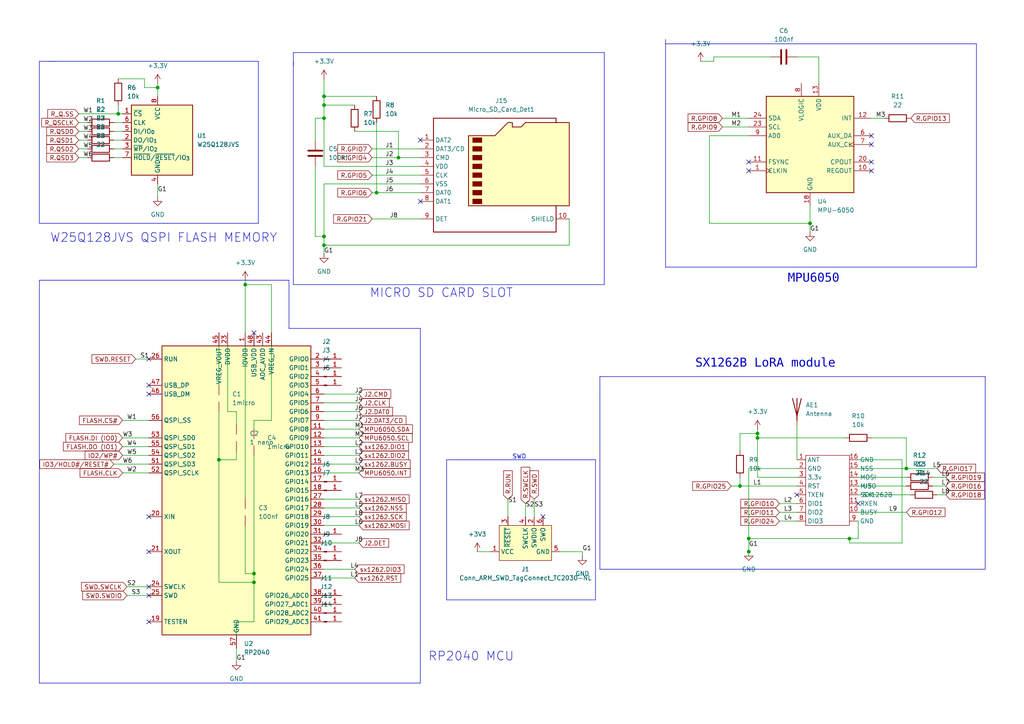
<source format=kicad_sch>
(kicad_sch (version 20250114) (generator "eeschema") (generator_version "9.0")
  (paper "A4")
  (lib_symbols
    (symbol "Connector:Conn_01x01_Pin" (pin_names (offset 1.016) (hide yes))
      (property "Reference" "J" (at 0 2.54 0))
      (property "Value" "Conn_01x01_Pin" (at 0 -2.54 0))
      (symbol "Conn_01x01_Pin_1_1"
        (rectangle (start 0.8636 0.127) (end 0 -0.127) (stroke (width 0.1524)) (fill (type outline)))
        (polyline (pts (xy 1.27 0) (xy 0.8636 0)) (stroke (width 0.1524)))
        (pin passive line (at 5.08 0 180) (length 3.81) (name "Pin_1") (number "1"))
      )
    )
    (symbol "Connector:Conn_ARM_SWD_TagConnect_TC2030-NL" (in_bom no)
      (property "Reference" "J" (at 2.54 11.43 0))
      (property "Value" "Conn_ARM_SWD_TagConnect_TC2030-NL" (at 2.54 8.89 0))
      (symbol "Conn_ARM_SWD_TagConnect_TC2030-NL_0_0"
        (pin power_in line (at -2.54 10.16 270) (length 2.54) (name "VCC") (number "1"))
        (pin power_in line (at -2.54 -10.16 90) (length 2.54) (name "GND") (number "5"))
        (pin open_collector line (at 7.62 5.08 180) (length 2.54) (name "~{RESET}") (number "3"))
        (pin output line (at 7.62 0 180) (length 2.54) (name "SWCLK") (number "4"))
        (pin bidirectional line (at 7.62 -2.54 180) (length 2.54) (name "SWDIO") (number "2"))
        (pin input line (at 7.62 -5.08 180) (length 2.54) (name "SWO") (number "6"))
      )
      (symbol "Conn_ARM_SWD_TagConnect_TC2030-NL_0_1"
        (rectangle (start -5.08 7.62) (end 5.08 -7.62) (fill (type background)))
      )
    )
    (symbol "Connector:Micro_SD_Card_Det1"
      (property "Reference" "J" (at -16.51 17.78 0))
      (property "Value" "Micro_SD_Card_Det1" (at 16.51 17.78 0))
      (symbol "Micro_SD_Card_Det1_0_1"
        (polyline (pts (xy -8.89 -8.89) (xy -8.89 11.43) (xy -1.27 11.43) (xy 2.54 15.24) (xy 3.81 15.24) (xy 3.81 13.97) (xy 6.35 13.97) (xy 7.62 15.24) (xy 20.32 15.24) (xy 20.32 -8.89) (xy -8.89 -8.89)) (stroke (width 0.254)) (fill (type background)))
        (rectangle (start -7.62 10.795) (end -5.08 9.525) (stroke (width 0.254)) (fill (type outline)))
        (rectangle (start -7.62 8.255) (end -5.08 6.985) (stroke (width 0.254)) (fill (type outline)))
        (rectangle (start -7.62 5.715) (end -5.08 4.445) (stroke (width 0.254)) (fill (type outline)))
        (rectangle (start -7.62 3.175) (end -5.08 1.905) (stroke (width 0.254)) (fill (type outline)))
        (rectangle (start -7.62 0.635) (end -5.08 -0.635) (stroke (width 0.254)) (fill (type outline)))
        (rectangle (start -7.62 -1.905) (end -5.08 -3.175) (stroke (width 0.254)) (fill (type outline)))
        (rectangle (start -7.62 -4.445) (end -5.08 -5.715) (stroke (width 0.254)) (fill (type outline)))
        (rectangle (start -7.62 -6.985) (end -5.08 -8.255) (stroke (width 0.254)) (fill (type outline)))
        (polyline (pts (xy 16.51 15.24) (xy 16.51 16.51) (xy -19.05 16.51) (xy -19.05 -16.51) (xy 16.51 -16.51) (xy 16.51 -8.89)) (stroke (width 0.254)))
      )
      (symbol "Micro_SD_Card_Det1_1_1"
        (pin bidirectional line (at -22.86 10.16 0) (length 3.81) (name "DAT2") (number "1"))
        (pin bidirectional line (at -22.86 7.62 0) (length 3.81) (name "DAT3/CD") (number "2"))
        (pin input line (at -22.86 5.08 0) (length 3.81) (name "CMD") (number "3"))
        (pin power_in line (at -22.86 2.54 0) (length 3.81) (name "VDD") (number "4"))
        (pin input line (at -22.86 0 0) (length 3.81) (name "CLK") (number "5"))
        (pin power_in line (at -22.86 -2.54 0) (length 3.81) (name "VSS") (number "6"))
        (pin bidirectional line (at -22.86 -5.08 0) (length 3.81) (name "DAT0") (number "7"))
        (pin bidirectional line (at -22.86 -7.62 0) (length 3.81) (name "DAT1") (number "8"))
        (pin passive line (at -22.86 -12.7 0) (length 3.81) (name "DET") (number "9"))
        (pin passive line (at 20.32 -12.7 180) (length 3.81) (name "SHIELD") (number "10"))
      )
    )
    (symbol "Device:Antenna" (pin_numbers (hide yes)) (pin_names (offset 1.016) (hide yes))
      (property "Reference" "AE" (at -1.905 1.905 0))
      (property "Value" "Antenna" (at -1.905 0 0))
      (symbol "Antenna_0_1"
        (polyline (pts (xy 0 2.54) (xy 0 -3.81)) (stroke (width 0.254)))
        (polyline (pts (xy 1.27 2.54) (xy 0 -2.54) (xy -1.27 2.54)) (stroke (width 0.254)))
      )
      (symbol "Antenna_1_1"
        (pin input line (at 0 -5.08 90) (length 2.54) (name "A") (number "1"))
      )
    )
    (symbol "Device:C" (pin_numbers (hide yes)) (pin_names (offset 0.254))
      (property "Reference" "C" (at 0.635 2.54 0))
      (property "Value" "C" (at 0.635 -2.54 0))
      (symbol "C_0_1"
        (polyline (pts (xy -2.032 0.762) (xy 2.032 0.762)) (stroke (width 0.508)))
        (polyline (pts (xy -2.032 -0.762) (xy 2.032 -0.762)) (stroke (width 0.508)))
      )
      (symbol "C_1_1"
        (pin passive line (at 0 3.81 270) (length 2.794) (name "~") (number "1"))
        (pin passive line (at 0 -3.81 90) (length 2.794) (name "~") (number "2"))
      )
    )
    (symbol "Device:R" (pin_numbers (hide yes)) (pin_names (offset 0))
      (property "Reference" "R" (at 2.032 0 90))
      (property "Value" "R" (at 0 0 90))
      (symbol "R_0_1"
        (rectangle (start -1.016 -2.54) (end 1.016 2.54) (stroke (width 0.254)))
      )
      (symbol "R_1_1"
        (pin passive line (at 0 3.81 270) (length 1.27) (name "~") (number "1"))
        (pin passive line (at 0 -3.81 90) (length 1.27) (name "~") (number "2"))
      )
    )
    (symbol "MCU_RaspberryPi:RP2040"
      (property "Reference" "U" (at 17.78 45.72 0))
      (property "Value" "RP2040" (at 17.78 43.18 0))
      (symbol "RP2040_0_1"
        (rectangle (start -21.59 41.91) (end 21.59 -41.91) (stroke (width 0.254)) (fill (type background)))
      )
      (symbol "RP2040_1_1"
        (pin input line (at -25.4 38.1 0) (length 3.81) (name "RUN") (number "26"))
        (pin bidirectional line (at -25.4 30.48 0) (length 3.81) (name "USB_DP") (number "47"))
        (pin bidirectional line (at -25.4 27.94 0) (length 3.81) (name "USB_DM") (number "46"))
        (pin bidirectional line (at -25.4 20.32 0) (length 3.81) (name "QSPI_SS") (number "56"))
        (pin bidirectional line (at -25.4 15.24 0) (length 3.81) (name "QSPI_SD0") (number "53"))
        (pin bidirectional line (at -25.4 12.7 0) (length 3.81) (name "QSPI_SD1") (number "55"))
        (pin bidirectional line (at -25.4 10.16 0) (length 3.81) (name "QSPI_SD2") (number "54"))
        (pin bidirectional line (at -25.4 7.62 0) (length 3.81) (name "QSPI_SD3") (number "51"))
        (pin output line (at -25.4 5.08 0) (length 3.81) (name "QSPI_SCLK") (number "52"))
        (pin input line (at -25.4 -7.62 0) (length 3.81) (name "XIN") (number "20"))
        (pin passive line (at -25.4 -17.78 0) (length 3.81) (name "XOUT") (number "21"))
        (pin input line (at -25.4 -27.94 0) (length 3.81) (name "SWCLK") (number "24"))
        (pin bidirectional line (at -25.4 -30.48 0) (length 3.81) (name "SWD") (number "25"))
        (pin input line (at -25.4 -38.1 0) (length 3.81) (name "TESTEN") (number "19"))
        (pin power_out line (at -5.08 45.72 270) (length 3.81) (name "VREG_VOUT") (number "45"))
        (pin power_in line (at -2.54 45.72 270) (length 3.81) (name "DVDD") (number "23"))
        (pin passive line (at -2.54 45.72 270) (length 3.81) (hide yes) (name "DVDD") (number "50"))
        (pin power_in line (at 0 -45.72 90) (length 3.81) (name "GND") (number "57"))
        (pin power_in line (at 2.54 45.72 270) (length 3.81) (name "IOVDD") (number "1"))
        (pin passive line (at 2.54 45.72 270) (length 3.81) (hide yes) (name "IOVDD") (number "10"))
        (pin passive line (at 2.54 45.72 270) (length 3.81) (hide yes) (name "IOVDD") (number "22"))
        (pin passive line (at 2.54 45.72 270) (length 3.81) (hide yes) (name "IOVDD") (number "33"))
        (pin passive line (at 2.54 45.72 270) (length 3.81) (hide yes) (name "IOVDD") (number "42"))
        (pin passive line (at 2.54 45.72 270) (length 3.81) (hide yes) (name "IOVDD") (number "49"))
        (pin power_in line (at 5.08 45.72 270) (length 3.81) (name "USB_VDD") (number "48"))
        (pin power_in line (at 7.62 45.72 270) (length 3.81) (name "ADC_AVDD") (number "43"))
        (pin power_in line (at 10.16 45.72 270) (length 3.81) (name "VREG_IN") (number "44"))
        (pin bidirectional line (at 25.4 38.1 180) (length 3.81) (name "GPIO0") (number "2"))
        (pin bidirectional line (at 25.4 35.56 180) (length 3.81) (name "GPIO1") (number "3"))
        (pin bidirectional line (at 25.4 33.02 180) (length 3.81) (name "GPIO2") (number "4"))
        (pin bidirectional line (at 25.4 30.48 180) (length 3.81) (name "GPIO3") (number "5"))
        (pin bidirectional line (at 25.4 27.94 180) (length 3.81) (name "GPIO4") (number "6"))
        (pin bidirectional line (at 25.4 25.4 180) (length 3.81) (name "GPIO5") (number "7"))
        (pin bidirectional line (at 25.4 22.86 180) (length 3.81) (name "GPIO6") (number "8"))
        (pin bidirectional line (at 25.4 20.32 180) (length 3.81) (name "GPIO7") (number "9"))
        (pin bidirectional line (at 25.4 17.78 180) (length 3.81) (name "GPIO8") (number "11"))
        (pin bidirectional line (at 25.4 15.24 180) (length 3.81) (name "GPIO9") (number "12"))
        (pin bidirectional line (at 25.4 12.7 180) (length 3.81) (name "GPIO10") (number "13"))
        (pin bidirectional line (at 25.4 10.16 180) (length 3.81) (name "GPIO11") (number "14"))
        (pin bidirectional line (at 25.4 7.62 180) (length 3.81) (name "GPIO12") (number "15"))
        (pin bidirectional line (at 25.4 5.08 180) (length 3.81) (name "GPIO13") (number "16"))
        (pin bidirectional line (at 25.4 2.54 180) (length 3.81) (name "GPIO14") (number "17"))
        (pin bidirectional line (at 25.4 0 180) (length 3.81) (name "GPIO15") (number "18"))
        (pin bidirectional line (at 25.4 -2.54 180) (length 3.81) (name "GPIO16") (number "27"))
        (pin bidirectional line (at 25.4 -5.08 180) (length 3.81) (name "GPIO17") (number "28"))
        (pin bidirectional line (at 25.4 -7.62 180) (length 3.81) (name "GPIO18") (number "29"))
        (pin bidirectional line (at 25.4 -10.16 180) (length 3.81) (name "GPIO19") (number "30"))
        (pin bidirectional line (at 25.4 -12.7 180) (length 3.81) (name "GPIO20") (number "31"))
        (pin bidirectional line (at 25.4 -15.24 180) (length 3.81) (name "GPIO21") (number "32"))
        (pin bidirectional line (at 25.4 -17.78 180) (length 3.81) (name "GPIO22") (number "34"))
        (pin bidirectional line (at 25.4 -20.32 180) (length 3.81) (name "GPIO23") (number "35"))
        (pin bidirectional line (at 25.4 -22.86 180) (length 3.81) (name "GPIO24") (number "36"))
        (pin bidirectional line (at 25.4 -25.4 180) (length 3.81) (name "GPIO25") (number "37"))
        (pin bidirectional line (at 25.4 -30.48 180) (length 3.81) (name "GPIO26_ADC0") (number "38"))
        (pin bidirectional line (at 25.4 -33.02 180) (length 3.81) (name "GPIO27_ADC1") (number "39"))
        (pin bidirectional line (at 25.4 -35.56 180) (length 3.81) (name "GPIO28_ADC2") (number "40"))
        (pin bidirectional line (at 25.4 -38.1 180) (length 3.81) (name "GPIO29_ADC3") (number "41"))
      )
    )
    (symbol "Memory_Flash:W25Q128JVS"
      (property "Reference" "U" (at -6.35 11.43 0))
      (property "Value" "W25Q128JVS" (at 7.62 11.43 0))
      (symbol "W25Q128JVS_0_1"
        (rectangle (start -7.62 10.16) (end 10.16 -10.16) (stroke (width 0.254)) (fill (type background)))
      )
      (symbol "W25Q128JVS_1_1"
        (pin input line (at -10.16 7.62 0) (length 2.54) (name "~{CS}") (number "1"))
        (pin input line (at -10.16 5.08 0) (length 2.54) (name "CLK") (number "6"))
        (pin bidirectional line (at -10.16 2.54 0) (length 2.54) (name "DI/IO_{0}") (number "5"))
        (pin bidirectional line (at -10.16 0 0) (length 2.54) (name "DO/IO_{1}") (number "2"))
        (pin bidirectional line (at -10.16 -2.54 0) (length 2.54) (name "~{WP}/IO_{2}") (number "3"))
        (pin bidirectional line (at -10.16 -5.08 0) (length 2.54) (name "~{HOLD}/~{RESET}/IO_{3}") (number "7"))
        (pin power_in line (at 0 12.7 270) (length 2.54) (name "VCC") (number "8"))
        (pin power_in line (at 0 -12.7 90) (length 2.54) (name "GND") (number "4"))
      )
    )
    (symbol "Sensor_Motion:MPU-6050"
      (property "Reference" "U" (at -11.43 13.97 0))
      (property "Value" "MPU-6050" (at 7.62 -15.24 0))
      (symbol "MPU-6050_0_1"
        (rectangle (start -12.7 13.97) (end 12.7 -13.97) (stroke (width 0.254)) (fill (type background)))
      )
      (symbol "MPU-6050_1_1"
        (pin bidirectional line (at -17.78 7.62 0) (length 5.08) (name "SDA") (number "24"))
        (pin input line (at -17.78 5.08 0) (length 5.08) (name "SCL") (number "23"))
        (pin input line (at -17.78 2.54 0) (length 5.08) (name "AD0") (number "9"))
        (pin input line (at -17.78 -5.08 0) (length 5.08) (name "FSYNC") (number "11"))
        (pin input clock (at -17.78 -7.62 0) (length 5.08) (name "CLKIN") (number "1"))
        (pin no_connect line (at -12.7 12.7 0) (length 2.54) (hide yes) (name "NC") (number "2"))
        (pin no_connect line (at -12.7 10.16 0) (length 2.54) (hide yes) (name "NC") (number "3"))
        (pin no_connect line (at -12.7 0 0) (length 2.54) (hide yes) (name "NC") (number "4"))
        (pin no_connect line (at -12.7 -2.54 0) (length 2.54) (hide yes) (name "NC") (number "5"))
        (pin no_connect line (at -12.7 -10.16 0) (length 2.54) (hide yes) (name "NC") (number "14"))
        (pin power_in line (at -2.54 17.78 270) (length 3.81) (name "VLOGIC") (number "8"))
        (pin power_in line (at 0 -17.78 90) (length 3.81) (name "GND") (number "18"))
        (pin power_in line (at 2.54 17.78 270) (length 3.81) (name "VDD") (number "13"))
        (pin no_connect line (at 12.7 12.7 180) (length 2.54) (hide yes) (name "NC") (number "15"))
        (pin no_connect line (at 12.7 10.16 180) (length 2.54) (hide yes) (name "NC") (number "16"))
        (pin no_connect line (at 12.7 5.08 180) (length 2.54) (hide yes) (name "NC") (number "17"))
        (pin no_connect line (at 12.7 -2.54 180) (length 2.54) (hide yes) (name "RESV") (number "21"))
        (pin no_connect line (at 12.7 -10.16 180) (length 2.54) (hide yes) (name "RESV") (number "19"))
        (pin no_connect line (at 12.7 -12.7 180) (length 2.54) (hide yes) (name "RESV") (number "22"))
        (pin output line (at 17.78 7.62 180) (length 5.08) (name "INT") (number "12"))
        (pin bidirectional line (at 17.78 2.54 180) (length 5.08) (name "AUX_DA") (number "6"))
        (pin output clock (at 17.78 0 180) (length 5.08) (name "AUX_CL") (number "7"))
        (pin passive line (at 17.78 -5.08 180) (length 5.08) (name "CPOUT") (number "20"))
        (pin passive line (at 17.78 -7.62 180) (length 5.08) (name "REGOUT") (number "10"))
      )
    )
    (symbol "power:+3.3V" (power) (pin_numbers (hide yes)) (pin_names (offset 0) (hide yes))
      (property "Value" "+3.3V" (at 0 3.556 0))
      (symbol "+3.3V_0_1"
        (polyline (pts (xy -0.762 1.27) (xy 0 2.54)))
        (polyline (pts (xy 0 2.54) (xy 0.762 1.27)))
        (polyline (pts (xy 0 0) (xy 0 2.54)))
      )
      (symbol "+3.3V_1_1"
        (pin power_in line (at 0 0 90) (length 0) (name "~") (number "1"))
      )
    )
    (symbol "power:+3V3" (power) (pin_numbers (hide yes)) (pin_names (offset 0) (hide yes))
      (property "Value" "+3V3" (at 0 3.556 0))
      (symbol "+3V3_0_1"
        (polyline (pts (xy -0.762 1.27) (xy 0 2.54)))
        (polyline (pts (xy 0 2.54) (xy 0.762 1.27)))
        (polyline (pts (xy 0 0) (xy 0 2.54)))
      )
      (symbol "+3V3_1_1"
        (pin power_in line (at 0 0 90) (length 0) (name "~") (number "1"))
      )
    )
    (symbol "power:GND" (power) (pin_numbers (hide yes)) (pin_names (offset 0) (hide yes))
      (property "Value" "GND" (at 0 -3.81 0))
      (symbol "GND_0_1"
        (polyline (pts (xy 0 0) (xy 0 -1.27) (xy 1.27 -1.27) (xy 0 -2.54) (xy -1.27 -1.27) (xy 0 -1.27)))
      )
      (symbol "GND_1_1"
        (pin power_in line (at 0 0 270) (length 0) (name "~") (number "1"))
      )
    )
    (symbol "sx1262B:SX1262B"
      (property "Reference" "U" (at 0 0 0))
      (property "Value" "SX1262B" (at 0 0 0))
      (symbol "SX1262B_1_1"
        (rectangle (start 0 0) (end 12.7 -20.32))
        (pin output line (at -2.54 -1.27 0) (length 2.54) (name "ANT") (number "1"))
        (pin bidirectional line (at -2.54 -3.81 0) (length 2.54) (name "GND") (number "2"))
        (pin power_in line (at -2.54 -6.35 0) (length 2.54) (name "3.3v") (number "3"))
        (pin input line (at -2.54 -8.89 0) (length 2.54) (name "RST") (number "4"))
        (pin input line (at -2.54 -11.43 0) (length 2.54) (name "TXEN") (number "5"))
        (pin bidirectional line (at -2.54 -13.97 0) (length 2.54) (name "DIO1") (number "6"))
        (pin bidirectional line (at -2.54 -16.51 0) (length 2.54) (name "DIO2") (number "7"))
        (pin bidirectional line (at -2.54 -19.05 0) (length 2.54) (name "DIO3") (number "8"))
        (pin bidirectional line (at 12.7 -1.27 0) (length 2.54) (name "GND") (number "16"))
        (pin input line (at 12.7 -3.81 0) (length 2.54) (name "NSS") (number "15"))
        (pin input line (at 12.7 -6.35 0) (length 2.54) (name "MOSI") (number "14"))
        (pin output line (at 12.7 -8.89 0) (length 2.54) (name "MISO") (number "13"))
        (pin input line (at 12.7 -11.43 0) (length 2.54) (name "SCK") (number "12"))
        (pin input line (at 12.7 -13.97 0) (length 2.54) (name "RXEN") (number "11"))
        (pin output line (at 12.7 -16.51 0) (length 2.54) (name "BUSY") (number "10"))
        (pin bidirectional line (at 12.7 -19.05 0) (length 2.54) (name "GND") (number "9"))
      )
    )
  )
  (text "MICRO SD CARD SLOT" (at 128.016 85.09 0) (effects (font (size 2.54 2.54))))
  (text "W25Q128JVS QSPI FLASH MEMORY\n" (at 47.498 69.088 0) (effects (font (size 2.54 2.54))))
  (text "SWD" (at 150.622 132.588 0) (effects (font (size 1.27 1.27))))
  (text "SX1262B LoRA module" (at 221.996 106.172 0) (effects (font (size 2.54 2.54))))
  (text "RP2040 MCU" (at 136.652 190.5 0) (effects (font (size 2.54 2.54))))
  (text "MPU6050\n" (at 235.966 81.534 0) (effects (font (size 2.54 2.54))))
  (junction (at 217.17 156.21))
  (junction (at 45.72 25.4))
  (junction (at 93.98 71.12))
  (junction (at 93.98 30.48))
  (junction (at 73.66 166.37))
  (junction (at 219.71 127))
  (junction (at 34.29 33.02))
  (junction (at 219.71 125.73))
  (junction (at 93.98 34.29))
  (junction (at 214.63 140.97))
  (junction (at 93.98 27.94))
  (junction (at 71.12 82.55))
  (junction (at 73.66 168.91))
  (junction (at 217.17 160.02))
  (junction (at 93.98 68.58))
  (junction (at 262.89 135.89))
  (junction (at 63.5 133.35))
  (junction (at 115.57 45.72))
  (junction (at 109.22 55.88))
  (junction (at 246.38 156.21))
  (junction (at 234.95 64.77))
  (no_connect (at 43.18 160.02))
  (no_connect (at 43.18 111.76))
  (no_connect (at 157.48 149.86))
  (no_connect (at 252.73 46.99))
  (no_connect (at 231.14 143.51))
  (no_connect (at 252.73 39.37))
  (no_connect (at 217.17 49.53))
  (no_connect (at 121.92 40.64))
  (no_connect (at 43.18 104.14))
  (no_connect (at 252.73 41.91))
  (no_connect (at 252.73 49.53))
  (no_connect (at 73.66 96.52))
  (no_connect (at 43.18 172.72))
  (no_connect (at 43.18 114.3))
  (no_connect (at 43.18 180.34))
  (no_connect (at 121.92 58.42))
  (no_connect (at 217.17 46.99))
  (no_connect (at 43.18 149.86))
  (no_connect (at 43.18 170.18))
  (no_connect (at 248.92 146.05))
  (wire (pts (xy 217.17 135.89) (xy 217.17 156.21)))
  (wire (pts (xy 205.74 64.77) (xy 234.95 64.77)))
  (wire (pts (xy 22.86 35.56) (xy 25.4 35.56)))
  (wire (pts (xy 63.5 168.91) (xy 73.66 168.91)))
  (wire (pts (xy 71.12 166.37) (xy 73.66 166.37)))
  (polyline (pts (xy 172.72 173.99) (xy 172.72 133.35)))
  (wire (pts (xy 214.63 140.97) (xy 231.14 140.97)))
  (wire (pts (xy 93.98 124.46) (xy 104.14 124.46)))
  (wire (pts (xy 63.5 119.38) (xy 63.5 133.35)))
  (wire (pts (xy 45.72 25.4) (xy 45.72 27.94)))
  (wire (pts (xy 45.72 24.13) (xy 45.72 25.4)))
  (wire (pts (xy 33.02 38.1) (xy 35.56 38.1)))
  (polyline (pts (xy 83.82 95.25) (xy 121.92 95.25)))
  (wire (pts (xy 34.29 33.02) (xy 35.56 33.02)))
  (wire (pts (xy 71.12 81.28) (xy 71.12 82.55)))
  (wire (pts (xy 71.12 152.4) (xy 71.12 166.37)))
  (wire (pts (xy 93.98 157.48) (xy 104.14 157.48)))
  (wire (pts (xy 107.95 45.72) (xy 115.57 45.72)))
  (wire (pts (xy 41.91 22.86) (xy 41.91 25.4)))
  (wire (pts (xy 93.98 27.94) (xy 109.22 27.94)))
  (wire (pts (xy 162.56 160.02) (xy 168.91 160.02)))
  (wire (pts (xy 261.62 157.48) (xy 246.38 157.48)))
  (wire (pts (xy 73.66 121.92) (xy 73.66 124.46)))
  (wire (pts (xy 71.12 100.33) (xy 71.12 144.78)))
  (wire (pts (xy 219.71 124.46) (xy 219.71 125.73)))
  (polyline (pts (xy 85.09 82.55) (xy 175.26 82.55)))
  (wire (pts (xy 262.89 135.89) (xy 262.89 127)))
  (wire (pts (xy 226.06 148.59) (xy 231.14 148.59)))
  (wire (pts (xy 214.63 125.73) (xy 219.71 125.73)))
  (wire (pts (xy 33.02 43.18) (xy 35.56 43.18)))
  (wire (pts (xy 252.73 127) (xy 262.89 127)))
  (wire (pts (xy 248.92 138.43) (xy 262.89 138.43)))
  (wire (pts (xy 234.95 64.77) (xy 234.95 67.31)))
  (polyline (pts (xy 11.43 17.78) (xy 16.51 17.78)))
  (wire (pts (xy 45.72 53.34) (xy 45.72 57.15)))
  (wire (pts (xy 252.73 34.29) (xy 256.54 34.29)))
  (wire (pts (xy 207.01 17.78) (xy 203.2 17.78)))
  (wire (pts (xy 93.98 144.78) (xy 104.14 144.78)))
  (wire (pts (xy 231.14 123.19) (xy 231.14 133.35)))
  (wire (pts (xy 214.63 138.43) (xy 214.63 140.97)))
  (wire (pts (xy 66.04 119.38) (xy 68.58 119.38)))
  (wire (pts (xy 93.98 149.86) (xy 104.14 149.86)))
  (polyline (pts (xy 173.99 109.22) (xy 173.99 114.3)))
  (wire (pts (xy 93.98 119.38) (xy 104.14 119.38)))
  (wire (pts (xy 73.66 121.92) (xy 78.74 121.92)))
  (wire (pts (xy 219.71 125.73) (xy 219.71 127)))
  (wire (pts (xy 22.86 38.1) (xy 25.4 38.1)))
  (wire (pts (xy 93.98 165.1) (xy 102.87 165.1)))
  (wire (pts (xy 34.29 30.48) (xy 34.29 33.02)))
  (wire (pts (xy 107.95 55.88) (xy 109.22 55.88)))
  (wire (pts (xy 138.43 160.02) (xy 142.24 160.02)))
  (polyline (pts (xy 11.43 81.28) (xy 13.97 81.28)))
  (wire (pts (xy 214.63 130.81) (xy 214.63 125.73)))
  (polyline (pts (xy 13.97 17.78) (xy 74.93 17.78)))
  (polyline (pts (xy 193.04 11.43) (xy 193.04 12.7)))
  (polyline (pts (xy 175.26 15.24) (xy 85.09 15.24)))
  (wire (pts (xy 107.95 43.18) (xy 121.92 43.18)))
  (wire (pts (xy 93.98 53.34) (xy 93.98 68.58)))
  (wire (pts (xy 35.56 129.54) (xy 43.18 129.54)))
  (wire (pts (xy 115.57 45.72) (xy 121.92 45.72)))
  (wire (pts (xy 66.04 100.33) (xy 66.04 119.38)))
  (polyline (pts (xy 173.99 114.3) (xy 173.99 165.1)))
  (wire (pts (xy 93.98 132.08) (xy 104.14 132.08)))
  (wire (pts (xy 93.98 152.4) (xy 104.14 152.4)))
  (wire (pts (xy 39.37 104.14) (xy 43.18 104.14)))
  (wire (pts (xy 33.02 35.56) (xy 35.56 35.56)))
  (wire (pts (xy 33.02 45.72) (xy 35.56 45.72)))
  (wire (pts (xy 93.98 22.86) (xy 93.98 27.94)))
  (wire (pts (xy 73.66 168.91) (xy 73.66 180.34)))
  (polyline (pts (xy 193.04 12.7) (xy 193.04 77.47)))
  (wire (pts (xy 248.92 151.13) (xy 248.92 156.21)))
  (wire (pts (xy 271.78 143.51) (xy 274.32 143.51)))
  (wire (pts (xy 93.98 34.29) (xy 93.98 48.26)))
  (wire (pts (xy 121.92 53.34) (xy 93.98 53.34)))
  (wire (pts (xy 22.86 45.72) (xy 25.4 45.72)))
  (wire (pts (xy 22.86 43.18) (xy 25.4 43.18)))
  (wire (pts (xy 262.89 135.89) (xy 271.78 135.89)))
  (wire (pts (xy 35.56 132.08) (xy 43.18 132.08)))
  (wire (pts (xy 68.58 119.38) (xy 68.58 123.19)))
  (wire (pts (xy 121.92 48.26) (xy 93.98 48.26)))
  (wire (pts (xy 41.91 25.4) (xy 45.72 25.4)))
  (polyline (pts (xy 85.09 15.24) (xy 85.09 19.05)))
  (wire (pts (xy 248.92 143.51) (xy 264.16 143.51)))
  (wire (pts (xy 109.22 35.56) (xy 109.22 55.88)))
  (wire (pts (xy 246.38 156.21) (xy 248.92 156.21)))
  (wire (pts (xy 219.71 138.43) (xy 231.14 138.43)))
  (wire (pts (xy 165.1 63.5) (xy 165.1 71.12)))
  (wire (pts (xy 33.02 40.64) (xy 35.56 40.64)))
  (wire (pts (xy 78.74 82.55) (xy 71.12 82.55)))
  (wire (pts (xy 91.44 34.29) (xy 91.44 40.64)))
  (polyline (pts (xy 285.75 165.1) (xy 285.75 109.22)))
  (polyline (pts (xy 172.72 133.35) (xy 129.54 133.35)))
  (polyline (pts (xy 13.97 81.28) (xy 83.82 81.28)))
  (wire (pts (xy 68.58 187.96) (xy 68.58 191.77)))
  (wire (pts (xy 209.55 34.29) (xy 217.17 34.29)))
  (wire (pts (xy 36.83 170.18) (xy 43.18 170.18)))
  (wire (pts (xy 93.98 30.48) (xy 102.87 30.48)))
  (wire (pts (xy 248.92 135.89) (xy 262.89 135.89)))
  (polyline (pts (xy 11.43 198.12) (xy 11.43 81.28)))
  (wire (pts (xy 93.98 121.92) (xy 104.14 121.92)))
  (polyline (pts (xy 74.93 64.77) (xy 11.43 64.77)))
  (wire (pts (xy 93.98 127) (xy 104.14 127)))
  (polyline (pts (xy 129.54 137.16) (xy 129.54 173.99)))
  (wire (pts (xy 71.12 82.55) (xy 71.12 96.52)))
  (wire (pts (xy 22.86 33.02) (xy 34.29 33.02)))
  (wire (pts (xy 217.17 160.02) (xy 217.17 161.29)))
  (wire (pts (xy 93.98 129.54) (xy 104.14 129.54)))
  (wire (pts (xy 107.95 63.5) (xy 121.92 63.5)))
  (wire (pts (xy 93.98 30.48) (xy 93.98 34.29)))
  (wire (pts (xy 93.98 27.94) (xy 93.98 30.48)))
  (wire (pts (xy 115.57 45.72) (xy 115.57 38.1)))
  (wire (pts (xy 93.98 71.12) (xy 93.98 73.66)))
  (wire (pts (xy 34.29 22.86) (xy 41.91 22.86)))
  (wire (pts (xy 152.4 146.05) (xy 152.4 149.86)))
  (wire (pts (xy 270.51 140.97) (xy 274.32 140.97)))
  (wire (pts (xy 147.32 144.78) (xy 147.32 149.86)))
  (wire (pts (xy 248.92 148.59) (xy 262.89 148.59)))
  (wire (pts (xy 33.02 134.62) (xy 43.18 134.62)))
  (wire (pts (xy 226.06 146.05) (xy 231.14 146.05)))
  (wire (pts (xy 154.94 144.78) (xy 154.94 149.86)))
  (wire (pts (xy 261.62 133.35) (xy 261.62 157.48)))
  (wire (pts (xy 73.66 180.34) (xy 68.58 180.34)))
  (wire (pts (xy 68.58 133.35) (xy 63.5 133.35)))
  (wire (pts (xy 165.1 71.12) (xy 93.98 71.12)))
  (wire (pts (xy 168.91 160.02) (xy 168.91 161.29)))
  (polyline (pts (xy 283.21 12.7) (xy 193.04 12.7)))
  (polyline (pts (xy 173.99 165.1) (xy 285.75 165.1)))
  (wire (pts (xy 91.44 48.26) (xy 91.44 68.58)))
  (polyline (pts (xy 121.92 198.12) (xy 11.43 198.12)))
  (wire (pts (xy 270.51 138.43) (xy 274.32 138.43)))
  (polyline (pts (xy 175.26 82.55) (xy 175.26 15.24)))
  (wire (pts (xy 22.86 40.64) (xy 25.4 40.64)))
  (wire (pts (xy 246.38 156.21) (xy 246.38 157.48)))
  (wire (pts (xy 35.56 137.16) (xy 43.18 137.16)))
  (wire (pts (xy 35.56 127) (xy 43.18 127)))
  (wire (pts (xy 209.55 36.83) (xy 217.17 36.83)))
  (wire (pts (xy 237.49 24.13) (xy 237.49 16.51)))
  (polyline (pts (xy 74.93 17.78) (xy 74.93 64.77)))
  (wire (pts (xy 93.98 116.84) (xy 104.14 116.84)))
  (wire (pts (xy 63.5 133.35) (xy 63.5 168.91)))
  (wire (pts (xy 226.06 151.13) (xy 231.14 151.13)))
  (wire (pts (xy 78.74 100.33) (xy 78.74 121.92)))
  (polyline (pts (xy 83.82 81.28) (xy 83.82 95.25)))
  (wire (pts (xy 63.5 100.33) (xy 63.5 111.76)))
  (wire (pts (xy 78.74 82.55) (xy 78.74 96.52)))
  (wire (pts (xy 248.92 133.35) (xy 261.62 133.35)))
  (wire (pts (xy 212.09 140.97) (xy 214.63 140.97)))
  (polyline (pts (xy 11.43 64.77) (xy 11.43 17.78)))
  (wire (pts (xy 217.17 156.21) (xy 246.38 156.21)))
  (polyline (pts (xy 285.75 109.22) (xy 173.99 109.22)))
  (polyline (pts (xy 129.54 173.99) (xy 172.72 173.99)))
  (polyline (pts (xy 129.54 133.35) (xy 129.54 137.16)))
  (wire (pts (xy 93.98 114.3) (xy 104.14 114.3)))
  (wire (pts (xy 248.92 140.97) (xy 262.89 140.97)))
  (wire (pts (xy 93.98 134.62) (xy 104.14 134.62)))
  (polyline (pts (xy 121.92 95.25) (xy 121.92 198.12)))
  (wire (pts (xy 231.14 16.51) (xy 237.49 16.51)))
  (wire (pts (xy 231.14 135.89) (xy 217.17 135.89)))
  (wire (pts (xy 219.71 127) (xy 219.71 138.43)))
  (wire (pts (xy 109.22 55.88) (xy 121.92 55.88)))
  (wire (pts (xy 115.57 38.1) (xy 102.87 38.1)))
  (wire (pts (xy 217.17 39.37) (xy 205.74 39.37)))
  (wire (pts (xy 107.95 50.8) (xy 121.92 50.8)))
  (wire (pts (xy 68.58 130.81) (xy 68.58 133.35)))
  (polyline (pts (xy 283.21 77.47) (xy 283.21 12.7)))
  (wire (pts (xy 93.98 137.16) (xy 104.14 137.16)))
  (wire (pts (xy 207.01 16.51) (xy 207.01 17.78)))
  (wire (pts (xy 91.44 68.58) (xy 93.98 68.58)))
  (wire (pts (xy 35.56 121.92) (xy 43.18 121.92)))
  (wire (pts (xy 219.71 127) (xy 245.11 127)))
  (wire (pts (xy 73.66 166.37) (xy 73.66 168.91)))
  (wire (pts (xy 68.58 180.34) (xy 68.58 184.15)))
  (wire (pts (xy 93.98 167.64) (xy 102.87 167.64)))
  (wire (pts (xy 205.74 39.37) (xy 205.74 64.77)))
  (wire (pts (xy 73.66 132.08) (xy 73.66 166.37)))
  (wire (pts (xy 93.98 68.58) (xy 93.98 71.12)))
  (wire (pts (xy 223.52 16.51) (xy 207.01 16.51)))
  (polyline (pts (xy 85.09 17.78) (xy 85.09 82.55)))
  (wire (pts (xy 234.95 59.69) (xy 234.95 64.77)))
  (polyline (pts (xy 193.04 77.47) (xy 283.21 77.47)))
  (wire (pts (xy 93.98 34.29) (xy 91.44 34.29)))
  (wire (pts (xy 217.17 156.21) (xy 217.17 160.02)))
  (wire (pts (xy 36.83 172.72) (xy 43.18 172.72)))
  (wire (pts (xy 93.98 147.32) (xy 104.14 147.32)))
  (label "L5" (at 102.87 147.32 0))
  (label "G1" (at 217.17 158.75 0))
  (label "J6" (at 111.76 55.88 0))
  (label "L2" (at 102.87 129.54 0))
  (label "G1" (at 68.58 191.77 0))
  (label "M1" (at 212.09 34.29 0))
  (label "W3" (at 24.13 38.1 0))
  (label "S1" (at 40.64 104.14 0))
  (label "J8" (at 113.03 63.5 0))
  (label "L4" (at 101.6 165.1 0))
  (label "W5" (at 36.83 132.08 0))
  (label "W6" (at 24.13 45.72 0))
  (label "W1" (at 24.13 33.02 0))
  (label "S2" (at 152.4 147.32 0))
  (label "W1" (at 36.83 121.92 0))
  (label "M1" (at 102.87 124.46 0))
  (label "L7" (at 102.87 144.78 0))
  (label "L6" (at 102.87 152.4 0))
  (label "W6" (at 35.56 134.62 0))
  (label "W2" (at 24.13 35.56 0))
  (label "L1" (at 218.44 140.97 0))
  (label "L1" (at 101.6 167.64 0))
  (label "G1" (at 45.72 55.88 0))
  (label "J4" (at 111.76 50.8 0))
  (label "M3" (at 102.87 137.16 0))
  (label "J2" (at 111.76 45.72 0))
  (label "L4" (at 227.33 151.13 0))
  (label "G1" (at 168.91 160.02 0))
  (label "J2" (at 102.87 114.3 0))
  (label "J1" (at 102.87 121.92 0))
  (label "S1" (at 147.32 146.05 0))
  (label "S3" (at 38.1 172.72 0))
  (label "W4" (at 24.13 40.64 0))
  (label "L3" (at 227.33 148.59 0))
  (label "J1" (at 111.76 43.18 0))
  (label "M3" (at 254 34.29 0))
  (label "L2" (at 227.33 146.05 0))
  (label "L6" (at 273.05 138.43 0))
  (label "J3" (at 111.76 48.26 0))
  (label "J5" (at 111.76 53.34 0))
  (label "M2" (at 102.87 127 0))
  (label "W5" (at 24.13 43.18 0))
  (label "W4" (at 36.83 129.54 0))
  (label "M2" (at 212.09 36.83 0))
  (label "L5" (at 270.51 135.89 0))
  (label "S2" (at 36.83 170.18 0))
  (label "L8" (at 102.87 149.86 0))
  (label "W2" (at 36.83 137.16 0))
  (label "L8" (at 273.05 143.51 0))
  (label "W3" (at 35.56 127 0))
  (label "L3" (at 102.87 132.08 0))
  (label "G1" (at 93.98 73.66 0))
  (label "J6" (at 102.87 119.38 0))
  (label "L9" (at 102.87 134.62 0))
  (label "S3" (at 154.94 147.32 0))
  (label "L7" (at 273.05 140.97 0))
  (label "J8" (at 102.87 157.48 0))
  (label "G1" (at 234.95 67.31 0))
  (label "L9" (at 257.81 148.59 0))
  (label "J4" (at 102.87 116.84 0))
  (global_label "R.GPIO16" (shape input) (at 274.32 140.97 0) (property "Intersheetrefs" "${INTERSHEET_REFS}" (effects (hide yes))))
  (global_label "R.GPIO11" (shape input) (at 226.06 148.59 180) (property "Intersheetrefs" "${INTERSHEET_REFS}" (effects (hide yes))))
  (global_label "sx1262.MOSI" (shape input) (at 104.14 152.4 0) (property "Intersheetrefs" "${INTERSHEET_REFS}" (effects (hide yes))))
  (global_label "J2.CLK" (shape input) (at 104.14 116.84 0) (property "Intersheetrefs" "${INTERSHEET_REFS}" (effects (hide yes))))
  (global_label "MPU6050.INT" (shape input) (at 104.14 137.16 0) (property "Intersheetrefs" "${INTERSHEET_REFS}" (effects (hide yes))))
  (global_label "R.QSD1" (shape input) (at 22.86 40.64 180) (property "Intersheetrefs" "${INTERSHEET_REFS}" (effects (hide yes))))
  (global_label "sx1262.RST" (shape input) (at 102.87 167.64 0) (property "Intersheetrefs" "${INTERSHEET_REFS}" (effects (hide yes))))
  (global_label "R.GPIO12" (shape input) (at 262.89 148.59 0) (property "Intersheetrefs" "${INTERSHEET_REFS}" (effects (hide yes))))
  (global_label "R.QSD0" (shape input) (at 22.86 38.1 180) (property "Intersheetrefs" "${INTERSHEET_REFS}" (effects (hide yes))))
  (global_label "FLASH.DI (IO0)" (shape input) (at 35.56 127 180) (property "Intersheetrefs" "${INTERSHEET_REFS}" (effects (hide yes))))
  (global_label "sx1262.DIO2" (shape input) (at 104.14 132.08 0) (property "Intersheetrefs" "${INTERSHEET_REFS}" (effects (hide yes))))
  (global_label "MPU6050.SDA" (shape input) (at 104.14 124.46 0) (property "Intersheetrefs" "${INTERSHEET_REFS}" (effects (hide yes))))
  (global_label "R.RUN" (shape input) (at 147.32 144.78 90) (property "Intersheetrefs" "${INTERSHEET_REFS}" (effects (hide yes))))
  (global_label "IO3{slash}HOLD#{slash}RESET#" (shape input) (at 33.02 134.62 180) (property "Intersheetrefs" "${INTERSHEET_REFS}" (effects (hide yes))))
  (global_label "FLASH.CS#" (shape input) (at 35.56 121.92 180) (property "Intersheetrefs" "${INTERSHEET_REFS}" (effects (hide yes))))
  (global_label "sx1262.MISO" (shape input) (at 104.14 144.78 0) (property "Intersheetrefs" "${INTERSHEET_REFS}" (effects (hide yes))))
  (global_label "J2.DAT3{slash}CD" (shape input) (at 104.14 121.92 0) (property "Intersheetrefs" "${INTERSHEET_REFS}" (effects (hide yes))))
  (global_label "R.GPIO7" (shape input) (at 107.95 43.18 180) (property "Intersheetrefs" "${INTERSHEET_REFS}" (effects (hide yes))))
  (global_label "R.GPIO4" (shape input) (at 107.95 45.72 180) (property "Intersheetrefs" "${INTERSHEET_REFS}" (effects (hide yes))))
  (global_label "sx1262.SCK" (shape input) (at 104.14 149.86 0) (property "Intersheetrefs" "${INTERSHEET_REFS}" (effects (hide yes))))
  (global_label "MPU6050.SCL" (shape input) (at 104.14 127 0) (property "Intersheetrefs" "${INTERSHEET_REFS}" (effects (hide yes))))
  (global_label "R.SWCLK" (shape input) (at 152.4 146.05 90) (property "Intersheetrefs" "${INTERSHEET_REFS}" (effects (hide yes))))
  (global_label "R_Q.SS" (shape input) (at 22.86 33.02 180) (property "Intersheetrefs" "${INTERSHEET_REFS}" (effects (hide yes))))
  (global_label "R.SWD" (shape input) (at 154.94 144.78 90) (property "Intersheetrefs" "${INTERSHEET_REFS}" (effects (hide yes))))
  (global_label "R.GPIO13" (shape input) (at 264.16 34.29 0) (property "Intersheetrefs" "${INTERSHEET_REFS}" (effects (hide yes))))
  (global_label "R.QSD2" (shape input) (at 22.86 43.18 180) (property "Intersheetrefs" "${INTERSHEET_REFS}" (effects (hide yes))))
  (global_label "R.GPIO8" (shape input) (at 209.55 34.29 180) (property "Intersheetrefs" "${INTERSHEET_REFS}" (effects (hide yes))))
  (global_label "R.GPIO19" (shape input) (at 274.32 138.43 0) (property "Intersheetrefs" "${INTERSHEET_REFS}" (effects (hide yes))))
  (global_label "J2.DAT0" (shape input) (at 104.14 119.38 0) (property "Intersheetrefs" "${INTERSHEET_REFS}" (effects (hide yes))))
  (global_label "R.GPIO25" (shape input) (at 212.09 140.97 180) (property "Intersheetrefs" "${INTERSHEET_REFS}" (effects (hide yes))))
  (global_label "SWD.SWCLK" (shape input) (at 36.83 170.18 180) (property "Intersheetrefs" "${INTERSHEET_REFS}" (effects (hide yes))))
  (global_label "R.GPIO5" (shape input) (at 107.95 50.8 180) (property "Intersheetrefs" "${INTERSHEET_REFS}" (effects (hide yes))))
  (global_label "R.GPIO10" (shape input) (at 226.06 146.05 180) (property "Intersheetrefs" "${INTERSHEET_REFS}" (effects (hide yes))))
  (global_label "R.QSD3" (shape input) (at 22.86 45.72 180) (property "Intersheetrefs" "${INTERSHEET_REFS}" (effects (hide yes))))
  (global_label "FLASH.CLK" (shape input) (at 35.56 137.16 180) (property "Intersheetrefs" "${INTERSHEET_REFS}" (effects (hide yes))))
  (global_label "SWD.RESET" (shape input) (at 39.37 104.14 180) (property "Intersheetrefs" "${INTERSHEET_REFS}" (effects (hide yes))))
  (global_label "R.GPIO24" (shape input) (at 226.06 151.13 180) (property "Intersheetrefs" "${INTERSHEET_REFS}" (effects (hide yes))))
  (global_label "R.GPIO9" (shape input) (at 209.55 36.83 180) (property "Intersheetrefs" "${INTERSHEET_REFS}" (effects (hide yes))))
  (global_label "sx1262.BUSY" (shape input) (at 104.14 134.62 0) (property "Intersheetrefs" "${INTERSHEET_REFS}" (effects (hide yes))))
  (global_label "R.GPIO18" (shape input) (at 274.32 143.51 0) (property "Intersheetrefs" "${INTERSHEET_REFS}" (effects (hide yes))))
  (global_label "J2.CMD" (shape input) (at 104.14 114.3 0) (property "Intersheetrefs" "${INTERSHEET_REFS}" (effects (hide yes))))
  (global_label "IO2{slash}WP#" (shape input) (at 35.56 132.08 180) (property "Intersheetrefs" "${INTERSHEET_REFS}" (effects (hide yes))))
  (global_label "J2.DET" (shape input) (at 104.14 157.48 0) (property "Intersheetrefs" "${INTERSHEET_REFS}" (effects (hide yes))))
  (global_label "R.GPIO17" (shape input) (at 271.78 135.89 0) (property "Intersheetrefs" "${INTERSHEET_REFS}" (effects (hide yes))))
  (global_label "SWD.SWDIO" (shape input) (at 36.83 172.72 180) (property "Intersheetrefs" "${INTERSHEET_REFS}" (effects (hide yes))))
  (global_label "sx1262.DIO3" (shape input) (at 102.87 165.1 0) (property "Intersheetrefs" "${INTERSHEET_REFS}" (effects (hide yes))))
  (global_label "FLASH.DO (IO1)" (shape input) (at 35.56 129.54 180) (property "Intersheetrefs" "${INTERSHEET_REFS}" (effects (hide yes))))
  (global_label "R_QSCLK" (shape input) (at 22.86 35.56 180) (property "Intersheetrefs" "${INTERSHEET_REFS}" (effects (hide yes))))
  (global_label "sx1262.DIO1" (shape input) (at 104.14 129.54 0) (property "Intersheetrefs" "${INTERSHEET_REFS}" (effects (hide yes))))
  (global_label "R.GPIO21" (shape input) (at 107.95 63.5 180) (property "Intersheetrefs" "${INTERSHEET_REFS}" (effects (hide yes))))
  (global_label "R.GPIO6" (shape input) (at 107.95 55.88 180) (property "Intersheetrefs" "${INTERSHEET_REFS}" (effects (hide yes))))
  (global_label "sx1262.NSS" (shape input) (at 104.14 147.32 0) (property "Intersheetrefs" "${INTERSHEET_REFS}" (effects (hide yes))))
  (symbol (lib_id "Connector:Conn_01x01_Pin") (at 93.98 160.02 0) (unit 1)
    (property "Reference" "J9" (at 94.615 154.94 0))
    (property "Value" "Conn_01x01_Pin" (effects (hide yes)))
    (property "Description" "Generic connector, single row, 01x01, script generated" (effects (hide yes)))
  )
  (symbol (lib_id "power:+3.3V") (at 203.2 17.78 0) (unit 1)
    (property "Reference" "#PWR0103" (effects (hide yes)))
    (property "Value" "+3.3V" (at 203.2 12.7 0))
    (property "Description" "Power symbol creates a global label with name \"+3.3V\"" (effects (hide yes)))
  )
  (symbol (lib_id "MCU_RaspberryPi:RP2040") (at 68.58 142.24 0) (unit 1)
    (property "Reference" "U2" (at 70.7233 186.69 0) (effects (justify left)))
    (property "Value" "RP2040" (at 70.7233 189.23 0) (effects (justify left)))
    (property "Footprint" "Package_DFN_QFN:QFN-56-1EP_7x7mm_P0.4mm_EP3.2x3.2mm" (effects (hide yes)))
    (property "Datasheet" "https://datasheets.raspberrypi.com/rp2040/rp2040-datasheet.pdf" (effects (hide yes)))
    (property "Description" "A microcontroller by Raspberry Pi" (effects (hide yes)))
  )
  (symbol (lib_id "power:+3.3V") (at 219.71 124.46 0) (unit 1)
    (property "Reference" "#PWR0101" (effects (hide yes)))
    (property "Value" "+3.3V" (at 219.71 119.38 0))
    (property "Description" "Power symbol creates a global label with name \"+3.3V\"" (effects (hide yes)))
  )
  (symbol (lib_id "power:GND") (at 45.72 57.15 0) (unit 1)
    (property "Reference" "#PWR0105" (effects (hide yes)))
    (property "Value" "GND" (at 45.72 62.23 0))
    (property "Description" "Power symbol creates a global label with name \"GND\" , ground" (effects (hide yes)))
  )
  (symbol (lib_id "power:+3V3") (at 138.43 160.02 0) (unit 1)
    (property "Reference" "#PWR01" (effects (hide yes)))
    (property "Value" "+3V3" (at 138.43 154.94 0))
    (property "Description" "Power symbol creates a global label with name \"+3V3\"" (effects (hide yes)))
  )
  (symbol (lib_id "sx1262B:SX1262B") (at 233.68 132.08 0) (unit 1)
    (property "Reference" "U3" (at 250.19 140.9699 0) (effects (justify left)))
    (property "Value" "SX1262B" (at 250.19 143.5099 0) (effects (justify left)))
    (property "Footprint" "sx1262b:SX1262B" (effects (hide yes)))
    (property "Datasheet" "kicad-embed://ISC_SX1262_LORA_V0.1-1.pdf" (effects (hide yes)))
  )
  (symbol (lib_id "Connector:Conn_01x01_Pin") (at 93.98 172.72 0) (unit 1)
    (property "Reference" "J11" (at 94.615 167.64 0))
    (property "Value" "Conn_01x01_Pin" (effects (hide yes)))
    (property "Description" "Generic connector, single row, 01x01, script generated" (effects (hide yes)))
  )
  (symbol (lib_id "Device:R") (at 29.21 38.1 270) (unit 1)
    (property "Reference" "R2" (at 29.21 31.75 90))
    (property "Value" "22" (at 29.21 34.29 90))
    (property "Footprint" "Resistor_SMD:R_0805_2012Metric_Pad1.20x1.40mm_HandSolder" (effects (hide yes)))
    (property "Description" "Resistor" (effects (hide yes)))
  )
  (symbol (lib_id "Device:R") (at 248.92 127 90) (unit 1)
    (property "Reference" "R10" (at 248.92 120.65 90))
    (property "Value" "10k" (at 248.92 123.19 90))
    (property "Footprint" "Resistor_SMD:R_0805_2012Metric_Pad1.20x1.40mm_HandSolder" (effects (hide yes)))
    (property "Description" "Resistor" (effects (hide yes)))
  )
  (symbol (lib_id "power:+3.3V") (at 93.98 22.86 0) (unit 1)
    (property "Reference" "#PWR0108" (effects (hide yes)))
    (property "Value" "+3.3V" (at 93.98 17.78 0))
    (property "Description" "Power symbol creates a global label with name \"+3.3V\"" (effects (hide yes)))
  )
  (symbol (lib_id "power:GND") (at 234.95 67.31 0) (unit 1)
    (property "Reference" "#PWR0102" (effects (hide yes)))
    (property "Value" "GND" (at 234.95 72.39 0))
    (property "Description" "Power symbol creates a global label with name \"GND\" , ground" (effects (hide yes)))
  )
  (symbol (lib_id "Device:Antenna") (at 231.14 118.11 0) (unit 1)
    (property "Reference" "AE1" (at 233.68 117.4749 0) (effects (justify left)))
    (property "Value" "Antenna" (at 233.68 120.0149 0) (effects (justify left)))
    (property "Description" "Antenna" (effects (hide yes)))
  )
  (symbol (lib_id "Device:R") (at 267.97 143.51 90) (unit 1)
    (property "Reference" "R14" (at 267.97 137.16 90))
    (property "Value" "22" (at 267.97 139.7 90))
    (property "Footprint" "Resistor_SMD:R_0805_2012Metric_Pad1.20x1.40mm_HandSolder" (effects (hide yes)))
    (property "Description" "Resistor" (effects (hide yes)))
  )
  (symbol (lib_id "Device:R") (at 29.21 43.18 90) (unit 1)
    (property "Reference" "R4" (at 29.21 36.83 90))
    (property "Value" "22" (at 29.21 39.37 90))
    (property "Footprint" "Resistor_SMD:R_0805_2012Metric_Pad1.20x1.40mm_HandSolder" (effects (hide yes)))
    (property "Description" "Resistor" (effects (hide yes)))
  )
  (symbol (lib_id "Device:C") (at 91.44 44.45 0) (unit 1)
    (property "Reference" "C5" (at 95.25 43.1799 0) (effects (justify left)))
    (property "Value" "100nf" (at 95.25 45.7199 0) (effects (justify left)))
    (property "Footprint" "Capacitor_SMD:C_0805_2012Metric_Pad1.18x1.45mm_HandSolder" (effects (hide yes)))
    (property "Description" "Unpolarized capacitor" (effects (hide yes)))
  )
  (symbol (lib_id "power:+3.3V") (at 71.12 81.28 0) (unit 1)
    (property "Reference" "#PWR0106" (effects (hide yes)))
    (property "Value" "+3.3V" (at 71.12 76.2 0))
    (property "Description" "Power symbol creates a global label with name \"+3.3V\"" (effects (hide yes)))
  )
  (symbol (lib_id "Connector:Conn_01x01_Pin") (at 93.98 162.56 0) (unit 1)
    (property "Reference" "J10" (at 94.615 157.48 0))
    (property "Value" "Conn_01x01_Pin" (effects (hide yes)))
    (property "Description" "Generic connector, single row, 01x01, script generated" (effects (hide yes)))
  )
  (symbol (lib_id "Device:R") (at 260.35 34.29 90) (unit 1)
    (property "Reference" "R11" (at 260.35 27.94 90))
    (property "Value" "22" (at 260.35 30.48 90))
    (property "Footprint" "Capacitor_SMD:C_0805_2012Metric_Pad1.18x1.45mm_HandSolder" (effects (hide yes)))
    (property "Description" "Resistor" (effects (hide yes)))
  )
  (symbol (lib_id "Connector:Conn_01x01_Pin") (at 93.98 106.68 0) (unit 1)
    (property "Reference" "J3" (at 94.615 101.6 0))
    (property "Value" "Conn_01x01_Pin" (effects (hide yes)))
    (property "Description" "Generic connector, single row, 01x01, script generated" (effects (hide yes)))
  )
  (symbol (lib_id "Device:R") (at 29.21 45.72 90) (unit 1)
    (property "Reference" "R5" (at 29.21 39.37 90))
    (property "Value" "22" (at 29.21 41.91 90))
    (property "Footprint" "Resistor_SMD:R_0805_2012Metric_Pad1.20x1.40mm_HandSolder" (effects (hide yes)))
    (property "Description" "Resistor" (effects (hide yes)))
  )
  (symbol (lib_id "Device:R") (at 102.87 34.29 0) (unit 1)
    (property "Reference" "R7" (at 105.41 33.0199 0) (effects (justify left)))
    (property "Value" "10k" (at 105.41 35.5599 0) (effects (justify left)))
    (property "Footprint" "Capacitor_SMD:C_0805_2012Metric_Pad1.18x1.45mm_HandSolder" (effects (hide yes)))
    (property "Description" "Resistor" (effects (hide yes)))
  )
  (symbol (lib_id "Connector:Conn_01x01_Pin") (at 93.98 109.22 0) (unit 1)
    (property "Reference" "J4" (at 94.615 104.14 0))
    (property "Value" "Conn_01x01_Pin" (effects (hide yes)))
    (property "Description" "Generic connector, single row, 01x01, script generated" (effects (hide yes)))
  )
  (symbol (lib_id "power:GND") (at 68.58 191.77 0) (unit 1)
    (property "Reference" "#PWR0110" (effects (hide yes)))
    (property "Value" "GND" (at 68.58 196.85 0))
    (property "Description" "Power symbol creates a global label with name \"GND\" , ground" (effects (hide yes)))
  )
  (symbol (lib_id "Connector:Conn_01x01_Pin") (at 93.98 142.24 0) (unit 1)
    (property "Reference" "J7" (at 94.615 137.16 0))
    (property "Value" "Conn_01x01_Pin" (effects (hide yes)))
    (property "Description" "Generic connector, single row, 01x01, script generated" (effects (hide yes)))
  )
  (symbol (lib_id "Connector:Conn_01x01_Pin") (at 93.98 104.14 0) (unit 1)
    (property "Reference" "J2" (at 94.615 99.06 0))
    (property "Value" "Conn_01x01_Pin" (effects (hide yes)))
    (property "Description" "Generic connector, single row, 01x01, script generated" (effects (hide yes)))
  )
  (symbol (lib_id "Device:C") (at 63.5 115.57 0) (unit 1)
    (property "Reference" "C1" (at 67.31 114.2999 0) (effects (justify left)))
    (property "Value" "1micro" (at 67.31 116.8399 0) (effects (justify left)))
    (property "Footprint" "Capacitor_SMD:C_0805_2012Metric_Pad1.18x1.45mm_HandSolder" (effects (hide yes)))
    (property "Description" "Unpolarized capacitor" (effects (hide yes)))
  )
  (symbol (lib_id "Device:C") (at 68.58 127 0) (unit 1)
    (property "Reference" "C2" (at 72.39 125.7299 0) (effects (justify left)))
    (property "Value" "1 nano" (at 72.39 128.2699 0) (effects (justify left)))
    (property "Footprint" "Capacitor_SMD:C_0805_2012Metric_Pad1.18x1.45mm_HandSolder" (effects (hide yes)))
    (property "Description" "Unpolarized capacitor" (effects (hide yes)))
  )
  (symbol (lib_id "Connector:Conn_01x01_Pin") (at 93.98 175.26 0) (unit 1)
    (property "Reference" "J12" (at 94.615 170.18 0))
    (property "Value" "Conn_01x01_Pin" (effects (hide yes)))
    (property "Description" "Generic connector, single row, 01x01, script generated" (effects (hide yes)))
  )
  (symbol (lib_id "Device:R") (at 214.63 134.62 0) (unit 1)
    (property "Reference" "R9" (at 217.17 133.3499 0) (effects (justify left)))
    (property "Value" "10k" (at 217.17 135.8899 0) (effects (justify left)))
    (property "Footprint" "Resistor_SMD:R_0805_2012Metric_Pad1.20x1.40mm_HandSolder" (effects (hide yes)))
    (property "Description" "Resistor" (effects (hide yes)))
  )
  (symbol (lib_id "power:GND") (at 93.98 73.66 0) (unit 1)
    (property "Reference" "#PWR0109" (effects (hide yes)))
    (property "Value" "GND" (at 93.98 78.74 0))
    (property "Description" "Power symbol creates a global label with name \"GND\" , ground" (effects (hide yes)))
  )
  (symbol (lib_id "Device:R") (at 34.29 26.67 0) (unit 1)
    (property "Reference" "R6" (at 36.83 25.3999 0) (effects (justify left)))
    (property "Value" "10k" (at 36.83 27.9399 0) (effects (justify left)))
    (property "Footprint" "Resistor_SMD:R_0805_2012Metric_Pad1.20x1.40mm_HandSolder" (effects (hide yes)))
    (property "Description" "Resistor" (effects (hide yes)))
  )
  (symbol (lib_id "Connector:Conn_01x01_Pin") (at 93.98 139.7 0) (unit 1)
    (property "Reference" "J6" (at 94.615 134.62 0))
    (property "Value" "Conn_01x01_Pin" (effects (hide yes)))
    (property "Description" "Generic connector, single row, 01x01, script generated" (effects (hide yes)))
  )
  (symbol (lib_id "Device:C") (at 71.12 148.59 0) (unit 1)
    (property "Reference" "C3" (at 74.93 147.3199 0) (effects (justify left)))
    (property "Value" "100nf" (at 74.93 149.8599 0) (effects (justify left)))
    (property "Footprint" "Capacitor_SMD:C_0805_2012Metric_Pad1.18x1.45mm_HandSolder" (effects (hide yes)))
    (property "Description" "Unpolarized capacitor" (effects (hide yes)))
  )
  (symbol (lib_id "Connector:Micro_SD_Card_Det1") (at 144.78 50.8 0) (unit 1)
    (property "Reference" "J15" (at 145.415 29.21 0))
    (property "Value" "Micro_SD_Card_Det1" (at 145.415 31.75 0))
    (property "Footprint" "Connector_Card:microSD_HC_Hirose_DM3AT-SF-PEJM5" (effects (hide yes)))
    (property "Datasheet" "https://datasheet.lcsc.com/lcsc/2110151630_XKB-Connectivity-XKTF-015-N_C381082.pdf" (effects (hide yes)))
    (property "Description" "Micro SD Card Socket with one card detection pin" (effects (hide yes)))
  )
  (symbol (lib_id "Device:R") (at 266.7 138.43 90) (unit 1)
    (property "Reference" "R12" (at 266.7 132.08 90))
    (property "Value" "22" (at 266.7 134.62 90))
    (property "Footprint" "Resistor_SMD:R_0805_2012Metric_Pad1.20x1.40mm_HandSolder" (effects (hide yes)))
    (property "Description" "Resistor" (effects (hide yes)))
  )
  (symbol (lib_id "power:GND") (at 168.91 161.29 0) (unit 1)
    (property "Reference" "#PWR02" (effects (hide yes)))
    (property "Value" "GND" (at 168.91 166.37 0))
    (property "Description" "Power symbol creates a global label with name \"GND\" , ground" (effects (hide yes)))
  )
  (symbol (lib_id "Device:C") (at 73.66 128.27 0) (unit 1)
    (property "Reference" "C4" (at 77.47 126.9999 0) (effects (justify left)))
    (property "Value" "1micro" (at 77.47 129.5399 0) (effects (justify left)))
    (property "Footprint" "Capacitor_SMD:C_0805_2012Metric_Pad1.18x1.45mm_HandSolder" (effects (hide yes)))
    (property "Description" "Unpolarized capacitor" (effects (hide yes)))
  )
  (symbol (lib_id "Sensor_Motion:MPU-6050") (at 234.95 41.91 0) (unit 1)
    (property "Reference" "U4" (at 237.0933 58.42 0) (effects (justify left)))
    (property "Value" "MPU-6050" (at 237.0933 60.96 0) (effects (justify left)))
    (property "Footprint" "Sensor_Motion:InvenSense_QFN-24_4x4mm_P0.5mm" (effects (hide yes)))
    (property "Datasheet" "https://invensense.tdk.com/wp-content/uploads/2015/02/MPU-6000-Datasheet1.pdf" (effects (hide yes)))
    (property "Description" "InvenSense 6-Axis Motion Sensor, Gyroscope, Accelerometer, I2C" (effects (hide yes)))
  )
  (symbol (lib_id "Connector:Conn_01x01_Pin") (at 93.98 180.34 0) (unit 1)
    (property "Reference" "J14" (at 94.615 175.26 0))
    (property "Value" "Conn_01x01_Pin" (effects (hide yes)))
    (property "Description" "Generic connector, single row, 01x01, script generated" (effects (hide yes)))
  )
  (symbol (lib_id "power:+3.3V") (at 45.72 24.13 0) (unit 1)
    (property "Reference" "#PWR0107" (effects (hide yes)))
    (property "Value" "+3.3V" (at 45.72 19.05 0))
    (property "Description" "Power symbol creates a global label with name \"+3.3V\"" (effects (hide yes)))
  )
  (symbol (lib_id "Connector:Conn_01x01_Pin") (at 93.98 154.94 0) (unit 1)
    (property "Reference" "J8" (at 94.615 149.86 0))
    (property "Value" "Conn_01x01_Pin" (effects (hide yes)))
    (property "Description" "Generic connector, single row, 01x01, script generated" (effects (hide yes)))
  )
  (symbol (lib_id "Device:R") (at 109.22 31.75 0) (unit 1)
    (property "Reference" "R8" (at 111.76 30.4799 0) (effects (justify left)))
    (property "Value" "10k" (at 111.76 33.0199 0) (effects (justify left)))
    (property "Footprint" "Capacitor_SMD:C_0805_2012Metric_Pad1.18x1.45mm_HandSolder" (effects (hide yes)))
    (property "Description" "Resistor" (effects (hide yes)))
  )
  (symbol (lib_id "Device:R") (at 29.21 40.64 270) (unit 1)
    (property "Reference" "R3" (at 29.21 34.29 90))
    (property "Value" "22" (at 29.21 36.83 90))
    (property "Footprint" "Resistor_SMD:R_0805_2012Metric_Pad1.20x1.40mm_HandSolder" (effects (hide yes)))
    (property "Description" "Resistor" (effects (hide yes)))
  )
  (symbol (lib_id "Device:R") (at 266.7 140.97 90) (unit 1)
    (property "Reference" "R13" (at 266.7 134.62 90))
    (property "Value" "22" (at 266.7 137.16 90))
    (property "Footprint" "Resistor_SMD:R_0805_2012Metric_Pad1.20x1.40mm_HandSolder" (effects (hide yes)))
    (property "Description" "Resistor" (effects (hide yes)))
  )
  (symbol (lib_id "Connector:Conn_ARM_SWD_TagConnect_TC2030-NL") (at 152.4 157.48 90) (unit 1) (in_bom no)
    (property "Reference" "J1" (at 152.4 165.1 90))
    (property "Value" "Conn_ARM_SWD_TagConnect_TC2030-NL" (at 152.4 167.64 90))
    (property "Footprint" "Connector:Tag-Connect_TC2030-IDC-NL_2x03_P1.27mm_Vertical" (effects (hide yes)))
    (property "Datasheet" "https://www.tag-connect.com/wp-content/uploads/bsk-pdf-manager/TC2030-CTX_1.pdf" (effects (hide yes)))
    (property "Description" "Tag-Connect ARM Cortex SWD JTAG connector, 6 pin, no legs" (effects (hide yes)))
  )
  (symbol (lib_id "Memory_Flash:W25Q128JVS") (at 45.72 40.64 0) (unit 1)
    (property "Reference" "U1" (at 57.15 39.3699 0) (effects (justify left)))
    (property "Value" "W25Q128JVS" (at 57.15 41.9099 0) (effects (justify left)))
    (property "Footprint" "Package_SO:SOIC-8_5.3x5.3mm_P1.27mm" (effects (hide yes)))
    (property "Datasheet" "https://www.winbond.com/resource-files/w25q128jv_dtr%20revc%2003272018%20plus.pdf" (effects (hide yes)))
    (property "Description" "128Mbit / 16MiB Serial Flash Memory, Standard/Dual/Quad SPI, 2.7-3.6V, SOIC-8" (effects (hide yes)))
  )
  (symbol (lib_id "Device:C") (at 227.33 16.51 90) (unit 1)
    (property "Reference" "C6" (at 227.33 8.89 90))
    (property "Value" "100nf" (at 227.33 11.43 90))
    (property "Footprint" "Capacitor_SMD:C_0805_2012Metric_Pad1.18x1.45mm_HandSolder" (effects (hide yes)))
    (property "Description" "Unpolarized capacitor" (effects (hide yes)))
  )
  (symbol (lib_id "Connector:Conn_01x01_Pin") (at 93.98 111.76 0) (unit 1)
    (property "Reference" "J5" (at 94.615 106.68 0))
    (property "Value" "Conn_01x01_Pin" (effects (hide yes)))
    (property "Description" "Generic connector, single row, 01x01, script generated" (effects (hide yes)))
  )
  (symbol (lib_id "power:GND") (at 217.17 160.02 0) (unit 1)
    (property "Reference" "#PWR0104" (effects (hide yes)))
    (property "Value" "GND" (at 217.17 165.1 0))
    (property "Description" "Power symbol creates a global label with name \"GND\" , ground" (effects (hide yes)))
  )
  (symbol (lib_id "Connector:Conn_01x01_Pin") (at 93.98 177.8 0) (unit 1)
    (property "Reference" "J13" (at 94.615 172.72 0))
    (property "Value" "Conn_01x01_Pin" (effects (hide yes)))
    (property "Description" "Generic connector, single row, 01x01, script generated" (effects (hide yes)))
  )
  (symbol (lib_id "Device:R") (at 29.21 35.56 90) (unit 1)
    (property "Reference" "R1" (at 29.21 29.21 90))
    (property "Value" "22" (at 29.21 31.75 90))
    (property "Footprint" "Resistor_SMD:R_0805_2012Metric_Pad1.20x1.40mm_HandSolder" (effects (hide yes)))
    (property "Description" "Resistor" (effects (hide yes)))
  )
)
</source>
